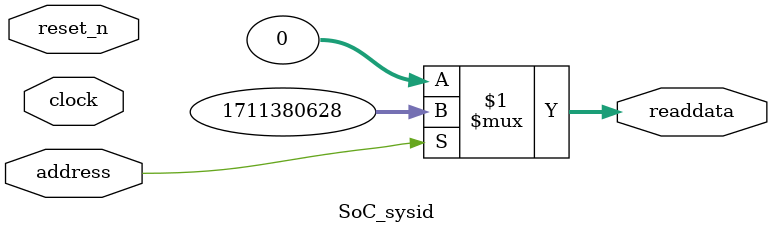
<source format=v>

`timescale 1ns / 1ps
// synthesis translate_on

// turn off superfluous verilog processor warnings 
// altera message_level Level1 
// altera message_off 10034 10035 10036 10037 10230 10240 10030 

module SoC_sysid (
               // inputs:
                address,
                clock,
                reset_n,

               // outputs:
                readdata
             )
;

  output  [ 31: 0] readdata;
  input            address;
  input            clock;
  input            reset_n;

  wire    [ 31: 0] readdata;
  //control_slave, which is an e_avalon_slave
  assign readdata = address ? 1711380628 : 0;

endmodule




</source>
